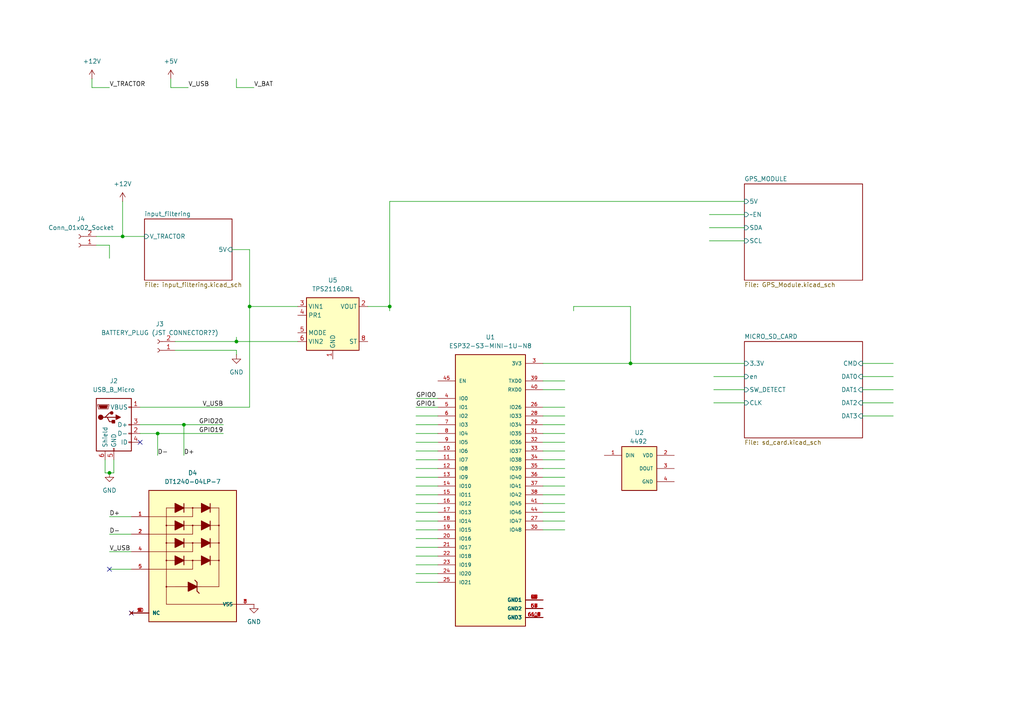
<source format=kicad_sch>
(kicad_sch (version 20250114) (generator "eeschema") (generator_version "9.0")
  (paper "A4")
  (lib_symbols
    (symbol "Connector:Conn_01x02_Socket" (pin_names (offset 1.016) (hide yes))
      (property "Reference" "J" (at 0 2.54 0))
      (property "Value" "Conn_01x02_Socket" (at 0 -5.08 0))
      (symbol "Conn_01x02_Socket_1_1"
        (polyline (pts (xy -1.27 0) (xy -0.508 0)) (stroke (width 0.1524)))
        (polyline (pts (xy -1.27 -2.54) (xy -0.508 -2.54)) (stroke (width 0.1524)))
        (arc (start 0 -0.508) (mid -0.5058 0) (end 0 0.508) (stroke (width 0.1524)))
        (arc (start 0 -3.048) (mid -0.5058 -2.54) (end 0 -2.032) (stroke (width 0.1524)))
        (pin passive line (at -5.08 0 0) (length 3.81) (name "Pin_1") (number "1"))
        (pin passive line (at -5.08 -2.54 0) (length 3.81) (name "Pin_2") (number "2"))
      )
    )
    (symbol "Connector:USB_B_Micro" (pin_names (offset 1.016))
      (property "Reference" "J2" (at 0 12.7 0))
      (property "Value" "USB_B_Micro" (at 0 10.16 0))
      (symbol "USB_B_Micro_0_1"
        (rectangle (start -5.08 7.62) (end 5.08 -7.62) (stroke (width 0.254)))
        (polyline (pts (xy -4.699 5.842) (xy -4.699 5.588) (xy -4.445 4.826) (xy -4.445 4.572) (xy -1.651 4.572) (xy -1.651 4.826) (xy -1.397 5.588) (xy -1.397 5.842) (xy -4.699 5.842)))
        (polyline (pts (xy -4.318 5.588) (xy -1.778 5.588) (xy -2.032 4.826) (xy -4.064 4.826) (xy -4.318 5.588)) (fill (type outline)))
        (circle (center -3.81 2.159) (radius 0.635) (stroke (width 0.254)) (fill (type outline)))
        (polyline (pts (xy -3.175 2.159) (xy -2.54 2.159) (xy -1.27 3.429) (xy -0.635 3.429)) (stroke (width 0.254)))
        (polyline (pts (xy -2.54 2.159) (xy -1.905 2.159) (xy -1.27 0.889) (xy 0 0.889)) (stroke (width 0.254)))
        (polyline (pts (xy -1.905 2.159) (xy 0.635 2.159)) (stroke (width 0.254)))
        (circle (center -0.635 3.429) (radius 0.381) (stroke (width 0.254)) (fill (type outline)))
        (rectangle (start -0.127 -7.62) (end 0.127 -6.858))
        (rectangle (start 0.254 1.27) (end -0.508 0.508) (stroke (width 0.254)) (fill (type outline)))
        (polyline (pts (xy 0.635 2.794) (xy 0.635 1.524) (xy 1.905 2.159) (xy 0.635 2.794)) (stroke (width 0.254)) (fill (type outline)))
        (rectangle (start 5.08 4.953) (end 4.318 5.207))
        (rectangle (start 5.08 -0.127) (end 4.318 0.127))
        (rectangle (start 5.08 -2.667) (end 4.318 -2.413))
        (rectangle (start 5.08 -5.207) (end 4.318 -4.953))
      )
      (symbol "USB_B_Micro_1_1"
        (pin passive line (at -2.54 -10.16 90) (length 2.54) (name "Shield") (number "6"))
        (pin power_out line (at 0 -10.16 90) (length 2.54) (name "GND") (number "5"))
        (pin power_out line (at 7.62 5.08 180) (length 2.54) (name "VBUS") (number "1"))
        (pin bidirectional line (at 7.62 0 180) (length 2.54) (name "D+") (number "3"))
        (pin bidirectional line (at 7.62 -2.54 180) (length 2.54) (name "D-") (number "2"))
        (pin passive line (at 7.62 -5.08 180) (length 2.54) (name "ID") (number "4"))
      )
    )
    (symbol "Neopixel:4492" (pin_names (offset 1.016))
      (property "Reference" "U2" (at 5.588 10.414 0))
      (property "Value" "4492" (at 5.588 7.874 0))
      (symbol "4492_0_0"
        (rectangle (start 0 6.35) (end 10.16 -6.35) (stroke (width 0.254)) (fill (type background)))
        (pin input line (at -5.08 3.81 0) (length 5.08) (name "DIN") (number "1"))
        (pin power_in line (at 15.24 3.81 180) (length 5.08) (name "VDD") (number "2"))
        (pin output line (at 15.24 0 180) (length 5.08) (name "DOUT") (number "3"))
        (pin power_in line (at 15.24 -3.81 180) (length 5.08) (name "GND") (number "4"))
      )
    )
    (symbol "Power_Management:TPS2116DRL"
      (property "Reference" "U" (at -7.874 9.144 0))
      (property "Value" "TPS2116DRL" (at 0.508 -8.89 0))
      (symbol "TPS2116DRL_0_1"
        (rectangle (start -7.62 7.62) (end 7.62 -7.62) (stroke (width 0.254)) (fill (type background)))
      )
      (symbol "TPS2116DRL_1_0"
        (pin power_out line (at 10.16 5.08 180) (length 2.54) (hide yes) (name "VOUT") (number "7"))
      )
      (symbol "TPS2116DRL_1_1"
        (pin power_in line (at -10.16 5.08 0) (length 2.54) (name "VIN1") (number "3"))
        (pin input line (at -10.16 2.54 0) (length 2.54) (name "PR1") (number "4"))
        (pin input line (at -10.16 -2.54 0) (length 2.54) (name "MODE") (number "5"))
        (pin power_in line (at -10.16 -5.08 0) (length 2.54) (name "VIN2") (number "6"))
        (pin power_in line (at 0 -10.16 90) (length 2.54) (name "GND") (number "1"))
        (pin power_out line (at 10.16 5.08 180) (length 2.54) (name "VOUT") (number "2"))
        (pin open_collector line (at 10.16 -5.08 180) (length 2.54) (name "ST") (number "8"))
      )
    )
    (symbol "esp32-s3-..1u:ESP32-S3-MINI-1U-N8" (pin_names (offset 1.016))
      (property "Reference" "U" (at -10.16 38.862 0))
      (property "Value" "ESP32-S3-MINI-1U-N8" (at -10.16 -43.18 0))
      (symbol "ESP32-S3-MINI-1U-N8_0_0"
        (rectangle (start -10.16 -40.64) (end 10.16 38.1) (stroke (width 0.254)) (fill (type background)))
        (pin input line (at -15.24 30.48 0) (length 5.08) (name "EN") (number "45"))
        (pin bidirectional line (at -15.24 25.4 0) (length 5.08) (name "IO0") (number "4"))
        (pin bidirectional line (at -15.24 22.86 0) (length 5.08) (name "IO1") (number "5"))
        (pin bidirectional line (at -15.24 20.32 0) (length 5.08) (name "IO2") (number "6"))
        (pin bidirectional line (at -15.24 17.78 0) (length 5.08) (name "IO3") (number "7"))
        (pin bidirectional line (at -15.24 15.24 0) (length 5.08) (name "IO4") (number "8"))
        (pin bidirectional line (at -15.24 12.7 0) (length 5.08) (name "IO5") (number "9"))
        (pin bidirectional line (at -15.24 10.16 0) (length 5.08) (name "IO6") (number "10"))
        (pin bidirectional line (at -15.24 7.62 0) (length 5.08) (name "IO7") (number "11"))
        (pin bidirectional line (at -15.24 5.08 0) (length 5.08) (name "IO8") (number "12"))
        (pin bidirectional line (at -15.24 2.54 0) (length 5.08) (name "IO9") (number "13"))
        (pin bidirectional line (at -15.24 0 0) (length 5.08) (name "IO10") (number "14"))
        (pin bidirectional line (at -15.24 -2.54 0) (length 5.08) (name "IO11") (number "15"))
        (pin bidirectional line (at -15.24 -5.08 0) (length 5.08) (name "IO12") (number "16"))
        (pin bidirectional line (at -15.24 -7.62 0) (length 5.08) (name "IO13") (number "17"))
        (pin bidirectional line (at -15.24 -10.16 0) (length 5.08) (name "IO14") (number "18"))
        (pin bidirectional line (at -15.24 -12.7 0) (length 5.08) (name "IO15") (number "19"))
        (pin bidirectional line (at -15.24 -15.24 0) (length 5.08) (name "IO16") (number "20"))
        (pin bidirectional line (at -15.24 -17.78 0) (length 5.08) (name "IO17") (number "21"))
        (pin bidirectional line (at -15.24 -20.32 0) (length 5.08) (name "IO18") (number "22"))
        (pin bidirectional line (at -15.24 -22.86 0) (length 5.08) (name "IO19") (number "23"))
        (pin bidirectional line (at -15.24 -25.4 0) (length 5.08) (name "IO20") (number "24"))
        (pin bidirectional line (at -15.24 -27.94 0) (length 5.08) (name "IO21") (number "25"))
        (pin power_in line (at 15.24 35.56 180) (length 5.08) (name "3V3") (number "3"))
        (pin bidirectional line (at 15.24 30.48 180) (length 5.08) (name "TXD0") (number "39"))
        (pin bidirectional line (at 15.24 27.94 180) (length 5.08) (name "RXD0") (number "40"))
        (pin bidirectional line (at 15.24 22.86 180) (length 5.08) (name "IO26") (number "26"))
        (pin bidirectional line (at 15.24 20.32 180) (length 5.08) (name "IO33") (number "28"))
        (pin bidirectional line (at 15.24 17.78 180) (length 5.08) (name "IO34") (number "29"))
        (pin bidirectional line (at 15.24 15.24 180) (length 5.08) (name "IO35") (number "31"))
        (pin bidirectional line (at 15.24 12.7 180) (length 5.08) (name "IO36") (number "32"))
        (pin bidirectional line (at 15.24 10.16 180) (length 5.08) (name "IO37") (number "33"))
        (pin bidirectional line (at 15.24 7.62 180) (length 5.08) (name "IO38") (number "34"))
        (pin bidirectional line (at 15.24 5.08 180) (length 5.08) (name "IO39") (number "35"))
        (pin bidirectional line (at 15.24 2.54 180) (length 5.08) (name "IO40") (number "36"))
        (pin bidirectional line (at 15.24 0 180) (length 5.08) (name "IO41") (number "37"))
        (pin bidirectional line (at 15.24 -2.54 180) (length 5.08) (name "IO42") (number "38"))
        (pin bidirectional line (at 15.24 -5.08 180) (length 5.08) (name "IO45") (number "41"))
        (pin bidirectional line (at 15.24 -7.62 180) (length 5.08) (name "IO46") (number "44"))
        (pin bidirectional line (at 15.24 -10.16 180) (length 5.08) (name "IO47") (number "27"))
        (pin bidirectional line (at 15.24 -12.7 180) (length 5.08) (name "IO48") (number "30"))
        (pin power_in line (at 15.24 -33.02 180) (length 5.08) (name "GND1") (number "1"))
        (pin power_in line (at 15.24 -33.02 180) (length 5.08) (name "GND1") (number "2"))
        (pin power_in line (at 15.24 -33.02 180) (length 5.08) (name "GND1") (number "42"))
        (pin power_in line (at 15.24 -33.02 180) (length 5.08) (name "GND1") (number "43"))
        (pin power_in line (at 15.24 -33.02 180) (length 5.08) (name "GND1") (number "46"))
        (pin power_in line (at 15.24 -33.02 180) (length 5.08) (name "GND1") (number "47"))
        (pin power_in line (at 15.24 -33.02 180) (length 5.08) (name "GND1") (number "48"))
        (pin power_in line (at 15.24 -33.02 180) (length 5.08) (name "GND1") (number "49"))
        (pin power_in line (at 15.24 -33.02 180) (length 5.08) (name "GND1") (number "50"))
        (pin power_in line (at 15.24 -33.02 180) (length 5.08) (name "GND1") (number "51"))
        (pin power_in line (at 15.24 -33.02 180) (length 5.08) (name "GND1") (number "52"))
        (pin power_in line (at 15.24 -33.02 180) (length 5.08) (name "GND1") (number "53"))
        (pin power_in line (at 15.24 -35.56 180) (length 5.08) (name "GND2") (number "54"))
        (pin power_in line (at 15.24 -35.56 180) (length 5.08) (name "GND2") (number "55"))
        (pin power_in line (at 15.24 -35.56 180) (length 5.08) (name "GND2") (number "56"))
        (pin power_in line (at 15.24 -35.56 180) (length 5.08) (name "GND2") (number "57"))
        (pin power_in line (at 15.24 -35.56 180) (length 5.08) (name "GND2") (number "58"))
        (pin power_in line (at 15.24 -35.56 180) (length 5.08) (name "GND2") (number "59"))
        (pin power_in line (at 15.24 -35.56 180) (length 5.08) (name "GND2") (number "62"))
        (pin power_in line (at 15.24 -35.56 180) (length 5.08) (name "GND2") (number "63"))
        (pin power_in line (at 15.24 -35.56 180) (length 5.08) (name "GND2") (number "64"))
        (pin power_in line (at 15.24 -35.56 180) (length 5.08) (name "GND2") (number "65"))
        (pin power_in line (at 15.24 -38.1 180) (length 5.08) (name "GND3") (number "60"))
        (pin power_in line (at 15.24 -38.1 180) (length 5.08) (name "GND3") (number "61_1"))
        (pin power_in line (at 15.24 -38.1 180) (length 5.08) (name "GND3") (number "61_2"))
        (pin power_in line (at 15.24 -38.1 180) (length 5.08) (name "GND3") (number "61_3"))
        (pin power_in line (at 15.24 -38.1 180) (length 5.08) (name "GND3") (number "61_4"))
        (pin power_in line (at 15.24 -38.1 180) (length 5.08) (name "GND3") (number "61_5"))
        (pin power_in line (at 15.24 -38.1 180) (length 5.08) (name "GND3") (number "61_6"))
        (pin power_in line (at 15.24 -38.1 180) (length 5.08) (name "GND3") (number "61_7"))
        (pin power_in line (at 15.24 -38.1 180) (length 5.08) (name "GND3") (number "61_8"))
        (pin power_in line (at 15.24 -38.1 180) (length 5.08) (name "GND3") (number "61_9"))
      )
    )
    (symbol "power:+12V" (power) (pin_numbers (hide yes)) (pin_names (offset 0) (hide yes))
      (property "Value" "+12V" (at 0 3.556 0))
      (symbol "+12V_0_1"
        (polyline (pts (xy -0.762 1.27) (xy 0 2.54)))
        (polyline (pts (xy 0 2.54) (xy 0.762 1.27)))
        (polyline (pts (xy 0 0) (xy 0 2.54)))
      )
      (symbol "+12V_1_1"
        (pin power_in line (at 0 0 90) (length 0) (name "~") (number "1"))
      )
    )
    (symbol "power:+5V" (power) (pin_numbers (hide yes)) (pin_names (offset 0) (hide yes))
      (property "Value" "+5V" (at 0 3.556 0))
      (symbol "+5V_0_1"
        (polyline (pts (xy -0.762 1.27) (xy 0 2.54)))
        (polyline (pts (xy 0 2.54) (xy 0.762 1.27)))
        (polyline (pts (xy 0 0) (xy 0 2.54)))
      )
      (symbol "+5V_1_1"
        (pin power_in line (at 0 0 90) (length 0) (name "~") (number "1"))
      )
    )
    (symbol "power:GND" (power) (pin_numbers (hide yes)) (pin_names (offset 0) (hide yes))
      (property "Value" "GND" (at 0 -3.81 0))
      (symbol "GND_0_1"
        (polyline (pts (xy 0 0) (xy 0 -1.27) (xy 1.27 -1.27) (xy 0 -2.54) (xy -1.27 -1.27) (xy 0 -1.27)))
      )
      (symbol "GND_1_1"
        (pin power_in line (at 0 0 270) (length 0) (name "~") (number "1"))
      )
    )
    (symbol "tvs-4chan:DT1240-04LP-7" (pin_names (offset 1.016))
      (property "Reference" "D" (at -12.7 20.828 0))
      (property "Value" "DT1240-04LP-7" (at -12.7 -18.288 0))
      (symbol "DT1240-04LP-7_0_0"
        (rectangle (start -12.7 -17.78) (end 12.7 20.32) (stroke (width 0.254)) (fill (type background)))
        (polyline (pts (xy -7.62 15.24) (xy -2.54 15.24)) (stroke (width 0.1524)))
        (circle (center -7.62 10.16) (radius 0.1524) (stroke (width 0.1778)))
        (polyline (pts (xy -7.62 10.16) (xy -2.54 10.16)) (stroke (width 0.1524)))
        (circle (center -7.62 5.08) (radius 0.1524) (stroke (width 0.1778)))
        (polyline (pts (xy -7.62 5.08) (xy -2.54 5.08)) (stroke (width 0.1524)))
        (circle (center -7.62 0) (radius 0.1524) (stroke (width 0.1778)))
        (polyline (pts (xy -7.62 0) (xy -2.54 0)) (stroke (width 0.1524)))
        (circle (center -7.62 -7.62) (radius 0.1524) (stroke (width 0.1778)))
        (polyline (pts (xy -7.62 -7.62) (xy -7.62 15.24)) (stroke (width 0.1524)))
        (polyline (pts (xy -7.62 -7.62) (xy -7.62 -12.7)) (stroke (width 0.1524)))
        (polyline (pts (xy -7.62 -12.7) (xy 12.7 -12.7)) (stroke (width 0.1524)))
        (polyline (pts (xy -5.08 16.51) (xy -5.08 13.97)) (stroke (width 0.254)))
        (polyline (pts (xy -5.08 16.51) (xy -5.08 13.97) (xy -2.54 15.24) (xy -5.08 16.51)) (stroke (width 0.254)) (fill (type outline)))
        (polyline (pts (xy -5.08 13.97) (xy -2.54 15.24)) (stroke (width 0.254)))
        (polyline (pts (xy -5.08 11.43) (xy -5.08 8.89)) (stroke (width 0.254)))
        (polyline (pts (xy -5.08 11.43) (xy -5.08 8.89) (xy -2.54 10.16) (xy -5.08 11.43)) (stroke (width 0.254)) (fill (type outline)))
        (polyline (pts (xy -5.08 8.89) (xy -2.54 10.16)) (stroke (width 0.254)))
        (polyline (pts (xy -5.08 6.35) (xy -5.08 3.81)) (stroke (width 0.254)))
        (polyline (pts (xy -5.08 6.35) (xy -5.08 3.81) (xy -2.54 5.08) (xy -5.08 6.35)) (stroke (width 0.254)) (fill (type outline)))
        (polyline (pts (xy -5.08 3.81) (xy -2.54 5.08)) (stroke (width 0.254)))
        (polyline (pts (xy -5.08 1.27) (xy -5.08 -1.27)) (stroke (width 0.254)))
        (polyline (pts (xy -5.08 1.27) (xy -5.08 -1.27) (xy -2.54 0) (xy -5.08 1.27)) (stroke (width 0.254)) (fill (type outline)))
        (polyline (pts (xy -5.08 -1.27) (xy -2.54 0)) (stroke (width 0.254)))
        (polyline (pts (xy -5.08 -7.62) (xy -1.27 -7.62)) (stroke (width 0.1524)))
        (polyline (pts (xy -2.54 16.51) (xy -2.54 15.24)) (stroke (width 0.254)))
        (polyline (pts (xy -2.54 15.24) (xy -5.08 16.51)) (stroke (width 0.254)))
        (polyline (pts (xy -2.54 15.24) (xy -2.54 13.97)) (stroke (width 0.254)))
        (polyline (pts (xy -2.54 15.24) (xy 0 15.24)) (stroke (width 0.1524)))
        (polyline (pts (xy -2.54 11.43) (xy -2.54 10.16)) (stroke (width 0.254)))
        (polyline (pts (xy -2.54 10.16) (xy -5.08 11.43)) (stroke (width 0.254)))
        (polyline (pts (xy -2.54 10.16) (xy -2.54 8.89)) (stroke (width 0.254)))
        (polyline (pts (xy -2.54 10.16) (xy 0 10.16)) (stroke (width 0.1524)))
        (polyline (pts (xy -2.54 6.35) (xy -2.54 5.08)) (stroke (width 0.254)))
        (polyline (pts (xy -2.54 5.08) (xy -5.08 6.35)) (stroke (width 0.254)))
        (polyline (pts (xy -2.54 5.08) (xy -2.54 3.81)) (stroke (width 0.254)))
        (polyline (pts (xy -2.54 5.08) (xy 0 5.08)) (stroke (width 0.1524)))
        (polyline (pts (xy -2.54 1.27) (xy -2.54 0)) (stroke (width 0.254)))
        (polyline (pts (xy -2.54 0) (xy -5.08 1.27)) (stroke (width 0.254)))
        (polyline (pts (xy -2.54 0) (xy -2.54 -1.27)) (stroke (width 0.254)))
        (polyline (pts (xy -2.54 0) (xy 0 0)) (stroke (width 0.1524)))
        (polyline (pts (xy -1.27 -6.35) (xy -1.27 -7.62)) (stroke (width 0.254)))
        (polyline (pts (xy -1.27 -6.35) (xy -1.27 -8.89) (xy 1.27 -7.62) (xy -1.27 -6.35)) (stroke (width 0.254)) (fill (type outline)))
        (polyline (pts (xy -1.27 -7.62) (xy -1.27 -8.89)) (stroke (width 0.254)))
        (polyline (pts (xy -1.27 -8.89) (xy 1.27 -7.62)) (stroke (width 0.254)))
        (circle (center 0 15.24) (radius 0.1524) (stroke (width 0.1778)))
        (polyline (pts (xy 0 15.24) (xy 0 12.7)) (stroke (width 0.1524)))
        (polyline (pts (xy 0 15.24) (xy 2.54 15.24)) (stroke (width 0.1524)))
        (polyline (pts (xy 0 12.7) (xy -12.7 12.7)) (stroke (width 0.1524)))
        (circle (center 0 10.16) (radius 0.1524) (stroke (width 0.1778)))
        (polyline (pts (xy 0 10.16) (xy 0 7.62)) (stroke (width 0.1524)))
        (polyline (pts (xy 0 10.16) (xy 2.54 10.16)) (stroke (width 0.1524)))
        (polyline (pts (xy 0 7.62) (xy -12.7 7.62)) (stroke (width 0.1524)))
        (circle (center 0 5.08) (radius 0.1524) (stroke (width 0.1778)))
        (polyline (pts (xy 0 5.08) (xy 0 2.54)) (stroke (width 0.1524)))
        (polyline (pts (xy 0 5.08) (xy 2.54 5.08)) (stroke (width 0.1524)))
        (polyline (pts (xy 0 2.54) (xy -12.7 2.54)) (stroke (width 0.1524)))
        (polyline (pts (xy 0 0) (xy 0 -2.54)) (stroke (width 0.1524)))
        (polyline (pts (xy 0 0) (xy 2.54 0)) (stroke (width 0.1524)))
        (circle (center 0 0) (radius 0.1524) (stroke (width 0.1778)))
        (polyline (pts (xy 0 -2.54) (xy -12.7 -2.54)) (stroke (width 0.1524)))
        (polyline (pts (xy 0.635 -5.715) (xy 1.27 -6.35)) (stroke (width 0.254)))
        (polyline (pts (xy 1.27 -6.35) (xy 1.27 -7.62)) (stroke (width 0.254)))
        (polyline (pts (xy 1.27 -7.62) (xy -1.27 -6.35)) (stroke (width 0.254)))
        (polyline (pts (xy 1.27 -7.62) (xy 1.27 -8.89)) (stroke (width 0.254)))
        (polyline (pts (xy 1.27 -7.62) (xy 2.54 -7.62)) (stroke (width 0.1524)))
        (polyline (pts (xy 1.27 -8.89) (xy 1.905 -9.525)) (stroke (width 0.254)))
        (polyline (pts (xy 2.54 16.51) (xy 2.54 15.24)) (stroke (width 0.254)))
        (polyline (pts (xy 2.54 16.51) (xy 2.54 13.97) (xy 5.08 15.24) (xy 2.54 16.51)) (stroke (width 0.254)) (fill (type outline)))
        (polyline (pts (xy 2.54 15.24) (xy 2.54 13.97)) (stroke (width 0.254)))
        (polyline (pts (xy 2.54 13.97) (xy 5.08 15.24)) (stroke (width 0.254)))
        (polyline (pts (xy 2.54 11.43) (xy 2.54 10.16)) (stroke (width 0.254)))
        (polyline (pts (xy 2.54 11.43) (xy 2.54 8.89) (xy 5.08 10.16) (xy 2.54 11.43)) (stroke (width 0.254)) (fill (type outline)))
        (polyline (pts (xy 2.54 10.16) (xy 2.54 8.89)) (stroke (width 0.254)))
        (polyline (pts (xy 2.54 8.89) (xy 5.08 10.16)) (stroke (width 0.254)))
        (polyline (pts (xy 2.54 6.35) (xy 2.54 5.08)) (stroke (width 0.254)))
        (polyline (pts (xy 2.54 6.35) (xy 2.54 3.81) (xy 5.08 5.08) (xy 2.54 6.35)) (stroke (width 0.254)) (fill (type outline)))
        (polyline (pts (xy 2.54 5.08) (xy 2.54 3.81)) (stroke (width 0.254)))
        (polyline (pts (xy 2.54 3.81) (xy 5.08 5.08)) (stroke (width 0.254)))
        (polyline (pts (xy 2.54 1.27) (xy 2.54 0)) (stroke (width 0.254)))
        (polyline (pts (xy 2.54 1.27) (xy 2.54 -1.27) (xy 5.08 0) (xy 2.54 1.27)) (stroke (width 0.254)) (fill (type outline)))
        (polyline (pts (xy 2.54 0) (xy 2.54 -1.27)) (stroke (width 0.254)))
        (polyline (pts (xy 2.54 -1.27) (xy 5.08 0)) (stroke (width 0.254)))
        (polyline (pts (xy 5.08 16.51) (xy 5.08 15.24)) (stroke (width 0.254)))
        (polyline (pts (xy 5.08 15.24) (xy 2.54 16.51)) (stroke (width 0.254)))
        (polyline (pts (xy 5.08 15.24) (xy 5.08 13.97)) (stroke (width 0.254)))
        (polyline (pts (xy 5.08 15.24) (xy 7.62 15.24)) (stroke (width 0.1524)))
        (polyline (pts (xy 5.08 11.43) (xy 5.08 10.16)) (stroke (width 0.254)))
        (polyline (pts (xy 5.08 10.16) (xy 2.54 11.43)) (stroke (width 0.254)))
        (polyline (pts (xy 5.08 10.16) (xy 5.08 8.89)) (stroke (width 0.254)))
        (polyline (pts (xy 5.08 10.16) (xy 7.62 10.16)) (stroke (width 0.1524)))
        (polyline (pts (xy 5.08 6.35) (xy 5.08 5.08)) (stroke (width 0.254)))
        (polyline (pts (xy 5.08 5.08) (xy 2.54 6.35)) (stroke (width 0.254)))
        (polyline (pts (xy 5.08 5.08) (xy 5.08 3.81)) (stroke (width 0.254)))
        (polyline (pts (xy 5.08 5.08) (xy 7.62 5.08)) (stroke (width 0.1524)))
        (polyline (pts (xy 5.08 1.27) (xy 5.08 0)) (stroke (width 0.254)))
        (polyline (pts (xy 5.08 0) (xy 2.54 1.27)) (stroke (width 0.254)))
        (polyline (pts (xy 5.08 0) (xy 5.08 -1.27)) (stroke (width 0.254)))
        (polyline (pts (xy 5.08 0) (xy 7.62 0)) (stroke (width 0.1524)))
        (polyline (pts (xy 7.62 15.24) (xy 7.62 -7.62)) (stroke (width 0.1524)))
        (circle (center 7.62 10.16) (radius 0.1524) (stroke (width 0.1778)))
        (circle (center 7.62 5.08) (radius 0.1524) (stroke (width 0.1778)))
        (circle (center 7.62 0) (radius 0.1524) (stroke (width 0.1778)))
        (polyline (pts (xy 7.62 -7.62) (xy -7.62 -7.62)) (stroke (width 0.1524)))
        (pin passive line (at -17.78 12.7 0) (length 5.08) (name "~") (number "1"))
        (pin passive line (at -17.78 7.62 0) (length 5.08) (name "~") (number "2"))
        (pin passive line (at -17.78 2.54 0) (length 5.08) (name "~") (number "4"))
        (pin passive line (at -17.78 -2.54 0) (length 5.08) (name "~") (number "5"))
        (pin no_connect line (at -17.78 -15.24 0) (length 5.08) (name "NC") (number "10"))
        (pin no_connect line (at -17.78 -15.24 0) (length 5.08) (name "NC") (number "6"))
        (pin no_connect line (at -17.78 -15.24 0) (length 5.08) (name "NC") (number "7"))
        (pin no_connect line (at -17.78 -15.24 0) (length 5.08) (name "NC") (number "9"))
        (pin power_in line (at 17.78 -12.7 180) (length 5.08) (name "VSS") (number "3"))
        (pin power_in line (at 17.78 -12.7 180) (length 5.08) (name "VSS") (number "8"))
      )
    )
  )
  (junction (at 113.03 88.9))
  (junction (at 31.75 137.16))
  (junction (at 72.39 88.9))
  (junction (at 45.72 125.73))
  (junction (at 182.88 105.41))
  (junction (at 35.56 68.58))
  (junction (at 68.58 99.06))
  (junction (at 53.34 123.19))
  (no_connect (at 38.1 177.8))
  (no_connect (at 40.64 128.27))
  (no_connect (at 31.75 165.1))
  (wire (pts (xy 68.58 97.79) (xy 68.58 99.06)))
  (wire (pts (xy 120.65 133.35) (xy 127 133.35)))
  (wire (pts (xy 26.67 22.86) (xy 26.67 25.4)))
  (wire (pts (xy 68.58 101.6) (xy 68.58 102.87)))
  (wire (pts (xy 157.48 118.11) (xy 163.83 118.11)))
  (wire (pts (xy 157.48 148.59) (xy 163.83 148.59)))
  (wire (pts (xy 68.58 22.86) (xy 68.58 25.4)))
  (wire (pts (xy 120.65 156.21) (xy 127 156.21)))
  (wire (pts (xy 31.75 160.02) (xy 38.1 160.02)))
  (wire (pts (xy 157.48 125.73) (xy 163.83 125.73)))
  (wire (pts (xy 120.65 153.67) (xy 127 153.67)))
  (wire (pts (xy 49.53 25.4) (xy 54.61 25.4)))
  (wire (pts (xy 157.48 133.35) (xy 163.83 133.35)))
  (wire (pts (xy 113.03 88.9) (xy 113.03 90.17)))
  (wire (pts (xy 38.1 165.1) (xy 31.75 165.1)))
  (wire (pts (xy 30.48 137.16) (xy 31.75 137.16)))
  (wire (pts (xy 157.48 113.03) (xy 163.83 113.03)))
  (wire (pts (xy 40.64 123.19) (xy 53.34 123.19)))
  (wire (pts (xy 207.01 109.22) (xy 215.9 109.22)))
  (wire (pts (xy 250.19 120.65) (xy 259.08 120.65)))
  (wire (pts (xy 157.48 110.49) (xy 163.83 110.49)))
  (wire (pts (xy 40.64 125.73) (xy 45.72 125.73)))
  (wire (pts (xy 157.48 146.05) (xy 163.83 146.05)))
  (wire (pts (xy 157.48 105.41) (xy 182.88 105.41)))
  (wire (pts (xy 31.75 149.86) (xy 38.1 149.86)))
  (wire (pts (xy 120.65 115.57) (xy 127 115.57)))
  (wire (pts (xy 120.65 168.91) (xy 127 168.91)))
  (wire (pts (xy 120.65 135.89) (xy 127 135.89)))
  (wire (pts (xy 157.48 138.43) (xy 163.83 138.43)))
  (wire (pts (xy 45.72 125.73) (xy 45.72 132.08)))
  (wire (pts (xy 35.56 58.42) (xy 35.56 68.58)))
  (wire (pts (xy 120.65 158.75) (xy 127 158.75)))
  (wire (pts (xy 205.74 62.23) (xy 215.9 62.23)))
  (wire (pts (xy 72.39 72.39) (xy 72.39 88.9)))
  (wire (pts (xy 33.02 133.35) (xy 33.02 137.16)))
  (wire (pts (xy 50.8 99.06) (xy 68.58 99.06)))
  (wire (pts (xy 72.39 88.9) (xy 72.39 118.11)))
  (wire (pts (xy 120.65 161.29) (xy 127 161.29)))
  (wire (pts (xy 157.48 153.67) (xy 163.83 153.67)))
  (wire (pts (xy 67.31 72.39) (xy 72.39 72.39)))
  (wire (pts (xy 166.37 88.9) (xy 166.37 90.17)))
  (wire (pts (xy 120.65 128.27) (xy 127 128.27)))
  (wire (pts (xy 41.91 68.58) (xy 35.56 68.58)))
  (wire (pts (xy 120.65 151.13) (xy 127 151.13)))
  (wire (pts (xy 68.58 25.4) (xy 73.66 25.4)))
  (wire (pts (xy 207.01 113.03) (xy 215.9 113.03)))
  (wire (pts (xy 157.48 151.13) (xy 163.83 151.13)))
  (wire (pts (xy 205.74 66.04) (xy 215.9 66.04)))
  (wire (pts (xy 157.48 123.19) (xy 163.83 123.19)))
  (wire (pts (xy 120.65 140.97) (xy 127 140.97)))
  (wire (pts (xy 157.48 135.89) (xy 163.83 135.89)))
  (wire (pts (xy 31.75 137.16) (xy 33.02 137.16)))
  (wire (pts (xy 157.48 128.27) (xy 163.83 128.27)))
  (wire (pts (xy 27.94 71.12) (xy 31.75 71.12)))
  (wire (pts (xy 53.34 123.19) (xy 53.34 132.08)))
  (wire (pts (xy 45.72 125.73) (xy 64.77 125.73)))
  (wire (pts (xy 120.65 130.81) (xy 127 130.81)))
  (wire (pts (xy 31.75 154.94) (xy 38.1 154.94)))
  (wire (pts (xy 49.53 22.86) (xy 49.53 25.4)))
  (wire (pts (xy 120.65 118.11) (xy 127 118.11)))
  (wire (pts (xy 120.65 163.83) (xy 127 163.83)))
  (wire (pts (xy 120.65 143.51) (xy 127 143.51)))
  (wire (pts (xy 182.88 105.41) (xy 182.88 88.9)))
  (wire (pts (xy 120.65 125.73) (xy 127 125.73)))
  (wire (pts (xy 250.19 109.22) (xy 259.08 109.22)))
  (wire (pts (xy 120.65 123.19) (xy 127 123.19)))
  (wire (pts (xy 106.68 88.9) (xy 113.03 88.9)))
  (wire (pts (xy 50.8 101.6) (xy 68.58 101.6)))
  (wire (pts (xy 31.75 71.12) (xy 31.75 74.93)))
  (wire (pts (xy 120.65 120.65) (xy 127 120.65)))
  (wire (pts (xy 113.03 88.9) (xy 113.03 58.42)))
  (wire (pts (xy 250.19 116.84) (xy 259.08 116.84)))
  (wire (pts (xy 30.48 133.35) (xy 30.48 137.16)))
  (wire (pts (xy 113.03 58.42) (xy 215.9 58.42)))
  (wire (pts (xy 182.88 88.9) (xy 166.37 88.9)))
  (wire (pts (xy 27.94 68.58) (xy 35.56 68.58)))
  (wire (pts (xy 120.65 166.37) (xy 127 166.37)))
  (wire (pts (xy 26.67 25.4) (xy 31.75 25.4)))
  (wire (pts (xy 157.48 143.51) (xy 163.83 143.51)))
  (wire (pts (xy 72.39 88.9) (xy 86.36 88.9)))
  (wire (pts (xy 40.64 118.11) (xy 72.39 118.11)))
  (wire (pts (xy 207.01 116.84) (xy 215.9 116.84)))
  (wire (pts (xy 205.74 69.85) (xy 215.9 69.85)))
  (wire (pts (xy 157.48 120.65) (xy 163.83 120.65)))
  (wire (pts (xy 120.65 146.05) (xy 127 146.05)))
  (wire (pts (xy 120.65 138.43) (xy 127 138.43)))
  (wire (pts (xy 250.19 113.03) (xy 259.08 113.03)))
  (wire (pts (xy 157.48 140.97) (xy 163.83 140.97)))
  (wire (pts (xy 53.34 123.19) (xy 64.77 123.19)))
  (wire (pts (xy 250.19 105.41) (xy 259.08 105.41)))
  (wire (pts (xy 182.88 105.41) (xy 215.9 105.41)))
  (wire (pts (xy 68.58 99.06) (xy 86.36 99.06)))
  (wire (pts (xy 157.48 130.81) (xy 163.83 130.81)))
  (wire (pts (xy 120.65 148.59) (xy 127 148.59)))
  (label "V_USB" (at 54.61 25.4 0))
  (label "GPIO20" (at 64.77 123.19 180))
  (label "D-" (at 31.75 154.94 0))
  (label "V_TRACTOR" (at 31.75 25.4 0))
  (label "GPIO19" (at 64.77 125.73 180))
  (label "D-" (at 45.72 132.08 0))
  (label "V_USB" (at 31.75 160.02 0))
  (label "D+" (at 53.34 132.08 0))
  (label "GPIO0" (at 120.65 115.57 0))
  (label "GPIO1" (at 120.65 118.11 0))
  (label "D+" (at 31.75 149.86 0))
  (label "V_BAT" (at 73.66 25.4 0))
  (label "V_USB" (at 64.77 118.11 180))
  (symbol (lib_id "tvs-4chan:DT1240-04LP-7") (at 55.88 162.56 0) (unit 1)
    (property "Reference" "D4" (at 55.88 137.16 0))
    (property "Value" "DT1240-04LP-7" (at 55.88 139.7 0))
    (property "Footprint" "DT1240-04LP-7:DIO_DT1240-04LP-7" (effects (hide yes)))
    (property "MF" "Diodes Inc." (effects (hide yes)))
    (property "SNAPEDA_PACKAGE_ID" "123345" (effects (hide yes)))
    (property "Package" "UFDFN-10 Diodes Inc." (effects (hide yes)))
    (property "Price" "None" (effects (hide yes)))
    (property "Check_prices" "https://www.snapeda.com/parts/DT1240-04LP-7/Diodes+Inc./view-part/?ref=eda" (effects (hide yes)))
    (property "STANDARD" "Manufacturer Recommendations" (effects (hide yes)))
    (property "PARTREV" "6-2" (effects (hide yes)))
    (property "SnapEDA_Link" "https://www.snapeda.com/parts/DT1240-04LP-7/Diodes+Inc./view-part/?ref=snap" (effects (hide yes)))
    (property "MP" "DT1240-04LP-7" (effects (hide yes)))
    (property "Description_1" "11V Clamp 5.5A (8/20µs) Ipp Tvs Diode Surface Mount U-DFN2510-10" (effects (hide yes)))
    (property "MANUFACTURER" "Diodes Inc." (effects (hide yes)))
    (property "Availability" "In Stock" (effects (hide yes)))
    (property "MAXIMUM_PACKAGE_HEIGHT" "0.605 mm" (effects (hide yes)))
  )
  (symbol (lib_id "Connector:USB_B_Micro") (at 33.02 123.19 0) (unit 1)
    (property "Reference" "J2" (at 33.02 110.49 0))
    (property "Value" "USB_B_Micro" (at 33.02 113.03 0))
    (property "Footprint" "Connector_USB:USB_Micro-B_Amphenol_10118193-0001LF_Horizontal" (effects (hide yes)))
    (property "Description" "USB Micro Type B connector" (effects (hide yes)))
  )
  (symbol (lib_id "power:GND") (at 31.75 137.16 0) (unit 1)
    (property "Reference" "#PWR011" (effects (hide yes)))
    (property "Value" "GND" (at 31.75 142.24 0))
    (property "Description" "Power symbol creates a global label with name \"GND\" , ground" (effects (hide yes)))
  )
  (symbol (lib_id "Power_Management:TPS2116DRL") (at 96.52 93.98 0) (unit 1)
    (property "Reference" "U5" (at 96.52 81.28 0))
    (property "Value" "TPS2116DRL" (at 96.52 83.82 0))
    (property "Footprint" "Package_TO_SOT_SMD:SOT-583-8" (effects (hide yes)))
    (property "Datasheet" "https://www.ti.com/lit/ds/symlink/tps2116.pdf" (effects (hide yes)))
    (property "Description" "2 Channnels Power Mux with Manual and Priority Switchover, 1.6-5.5V Input Voltage, 2.5A Output Current, Ron 40 mOhm, SOT-583-8" (effects (hide yes)))
  )
  (symbol (lib_id "esp32-s3-..1u:ESP32-S3-MINI-1U-N8") (at 142.24 140.97 0) (unit 1)
    (property "Reference" "U1" (at 142.24 97.79 0))
    (property "Value" "ESP32-S3-MINI-1U-N8" (at 142.24 100.33 0))
    (property "Footprint" "footprints:ESP32-S3-MINI-1U_EXP" (effects (hide yes)))
    (property "MF" "Espressif Systems" (effects (hide yes)))
    (property "MAXIMUM_PACKAGE_HEIGHT" "2.55 mm" (effects (hide yes)))
    (property "Package" "VFQFN-56 Espressif Systems" (effects (hide yes)))
    (property "Price" "None" (effects (hide yes)))
    (property "Check_prices" "https://www.snapeda.com/parts/ESP32-S3-MINI-1U-N8/Espressif+Systems/view-part/?ref=eda" (effects (hide yes)))
    (property "STANDARD" "Manufacturer recommendations" (effects (hide yes)))
    (property "PARTREV" "1.2" (effects (hide yes)))
    (property "SnapEDA_Link" "https://www.snapeda.com/parts/ESP32-S3-MINI-1U-N8/Espressif+Systems/view-part/?ref=snap" (effects (hide yes)))
    (property "MP" "ESP32-S3-MINI-1U-N8" (effects (hide yes)))
    (property "Description_1" "Bluetooth, WiFi 802.11b/g/n, Bluetooth v5.0 Transceiver Module 2.4GHz Antenna Not Included, U.FL Surface Mount" (effects (hide yes)))
    (property "Availability" "In Stock" (effects (hide yes)))
    (property "MANUFACTURER" "Espressif Systems" (effects (hide yes)))
    (property "Part #" "ESP32-S3-MINI-1U-N8" (effects (hide yes)))
  )
  (symbol (lib_id "power:+5V") (at 49.53 22.86 0) (unit 1)
    (property "Reference" "#PWR017" (effects (hide yes)))
    (property "Value" "+5V" (at 49.53 17.78 0))
    (property "Description" "Power symbol creates a global label with name \"+5V\"" (effects (hide yes)))
  )
  (symbol (lib_id "Connector:Conn_01x02_Socket") (at 45.72 101.6 180) (unit 1)
    (property "Reference" "J3" (at 46.355 93.98 0))
    (property "Value" "BATTERY_PLUG (JST CONNECTOR??)" (at 46.355 96.52 0))
    (property "Footprint" "Connector_PinSocket_2.54mm:PinSocket_1x02_P2.54mm_Vertical" (effects (hide yes)))
    (property "Description" "Generic connector, single row, 01x02, script generated" (effects (hide yes)))
  )
  (symbol (lib_id "power:GND") (at 68.58 102.87 0) (unit 1)
    (property "Reference" "#PWR02" (effects (hide yes)))
    (property "Value" "GND" (at 68.58 107.95 0))
    (property "Description" "Power symbol creates a global label with name \"GND\" , ground" (effects (hide yes)))
  )
  (symbol (lib_id "power:+12V") (at 35.56 58.42 0) (unit 1)
    (property "Reference" "#PWR012" (effects (hide yes)))
    (property "Value" "+12V" (at 35.56 53.34 0))
    (property "Description" "Power symbol creates a global label with name \"+12V\"" (effects (hide yes)))
  )
  (symbol (lib_id "Neopixel:4492") (at 180.34 135.89 0) (unit 1)
    (property "Reference" "U2" (at 185.42 125.476 0))
    (property "Value" "4492" (at 185.166 128.016 0))
    (property "Footprint" "footprints:LED_4492" (effects (hide yes)))
    (property "PARTREV" "14/10/19" (effects (hide yes)))
    (property "STANDARD" "Manufacturer Recommendations" (effects (hide yes)))
    (property "MAXIMUM_PACKAGE_HEIGHT" "0.65 mm" (effects (hide yes)))
    (property "MANUFACTURER" "Adafruit Industries" (effects (hide yes)))
  )
  (symbol (lib_id "Connector:Conn_01x02_Socket") (at 22.86 71.12 180) (unit 1)
    (property "Reference" "J4" (at 23.495 63.5 0))
    (property "Value" "Conn_01x02_Socket" (at 23.495 66.04 0))
    (property "Footprint" "Connector_PinSocket_2.54mm:PinSocket_1x02_P2.54mm_Vertical" (effects (hide yes)))
    (property "Description" "Generic connector, single row, 01x02, script generated" (effects (hide yes)))
  )
  (symbol (lib_id "power:+12V") (at 26.67 22.86 0) (unit 1)
    (property "Reference" "#PWR016" (effects (hide yes)))
    (property "Value" "+12V" (at 26.67 17.78 0))
    (property "Description" "Power symbol creates a global label with name \"+12V\"" (effects (hide yes)))
  )
  (symbol (lib_id "power:GND") (at 73.66 175.26 0) (unit 1)
    (property "Reference" "#PWR010" (effects (hide yes)))
    (property "Value" "GND" (at 73.66 180.34 0))
    (property "Description" "Power symbol creates a global label with name \"GND\" , ground" (effects (hide yes)))
  )
  (sheet (at 215.9 99.06) (size 34.29 27.94) (stroke (width 0.1524))
    (property "Sheetname" "MICRO_SD_CARD" (at 215.9 98.3484 0) (effects (justify left bottom)))
    (property "Sheetfile" "sd_card.kicad_sch" (at 215.9 127.5846 0) (effects (justify left top)))
    (pin "3.3V" input (at 215.9 105.41 180))
    (pin "CLK" input (at 215.9 116.84 180))
    (pin "CMD" input (at 250.19 105.41 0))
    (pin "DAT0" input (at 250.19 109.22 0))
    (pin "DAT1" input (at 250.19 113.03 0))
    (pin "DAT2" input (at 250.19 116.84 0))
    (pin "DAT3" input (at 250.19 120.65 0))
    (pin "en" input (at 215.9 109.22 180))
    (pin "SW_DETECT" input (at 215.9 113.03 180))
  )
  (sheet (at 41.91 63.5) (size 25.4 17.78) (stroke (width 0.1524))
    (property "Sheetname" "input_filtering" (at 41.91 62.7884 0) (effects (justify left bottom)))
    (property "Sheetfile" "input_filtering.kicad_sch" (at 41.91 81.8646 0) (effects (justify left top)))
    (pin "V_TRACTOR" input (at 41.91 68.58 180))
    (pin "5V" input (at 67.31 72.39 0))
  )
  (sheet (at 215.9 53.34) (size 34.29 27.94) (stroke (width 0.1524))
    (property "Sheetname" "GPS_MODULE" (at 215.9 52.6284 0) (effects (justify left bottom)))
    (property "Sheetfile" "GPS_Module.kicad_sch" (at 215.9 81.8646 0) (effects (justify left top)))
    (pin "~EN" input (at 215.9 62.23 180))
    (pin "SDA" input (at 215.9 66.04 180))
    (pin "SCL" input (at 215.9 69.85 180))
    (pin "5V" input (at 215.9 58.42 180))
  )
)
</source>
